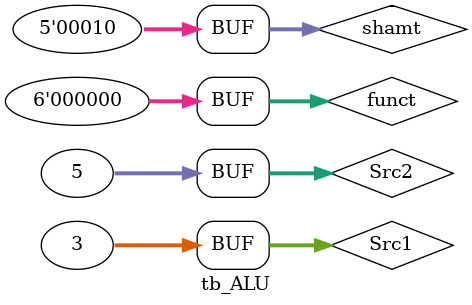
<source format=v>
`timescale 1ns/1ns
module tb_ALU();

	reg [31:0]Src1;//The signal of Source1
	reg [31:0]Src2;//The signal of Source2
	reg [5:0]funct;//The signal of function code
	reg [4:0]shamt;//The signal of shift amount
	wire [31:0]result;//The signal of result
	wire zero;//The signal of zero flag
	wire carry;//The signal of carry flag

	ALU uut(Src1,Src2,funct,shamt,result,zero,carry);//The module of ALU

	initial begin//simulation begin
		Src1=0;
		Src2=0;
		funct=0;
		shamt=0;

	#20 	funct=6'd27;
	#10  	Src1=32'b10000000000000000000000000000000;
	 	Src2=32'b10000000000000000000000000000000;

	#10  	Src1=32'd25;
	 	Src2=32'd19;

	#10	funct=6'd28;
		
	#10  	Src1=32'd64;
	 	Src2=32'd64;

	#10	funct=6'd29;
		shamt=5'd1;	

	#10 	shamt=5'd2;

	#10	funct=6'd30;
		shamt=5'd1;

	#10 	shamt=5'd2;

	#10 	funct=6'd31;
		Src1=32'd3;
	 	Src2=32'd6;

	#10	funct=6'd32;
		Src1=32'd3;
	 	Src2=32'd5;
	#10	funct=6'd0;
	#20;
	end
endmodule

</source>
